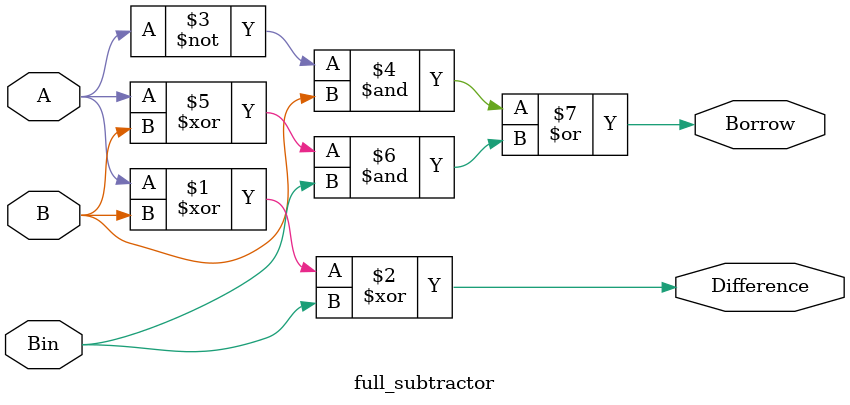
<source format=v>
module full_subtractor(
    input A,
    input B,
    input Bin,
    output Difference,
    output Borrow  
);

    assign Difference = A ^ B ^ Bin;  
    assign Borrow = (~A & B) | ((A ^ B) & Bin);  

endmodule

</source>
